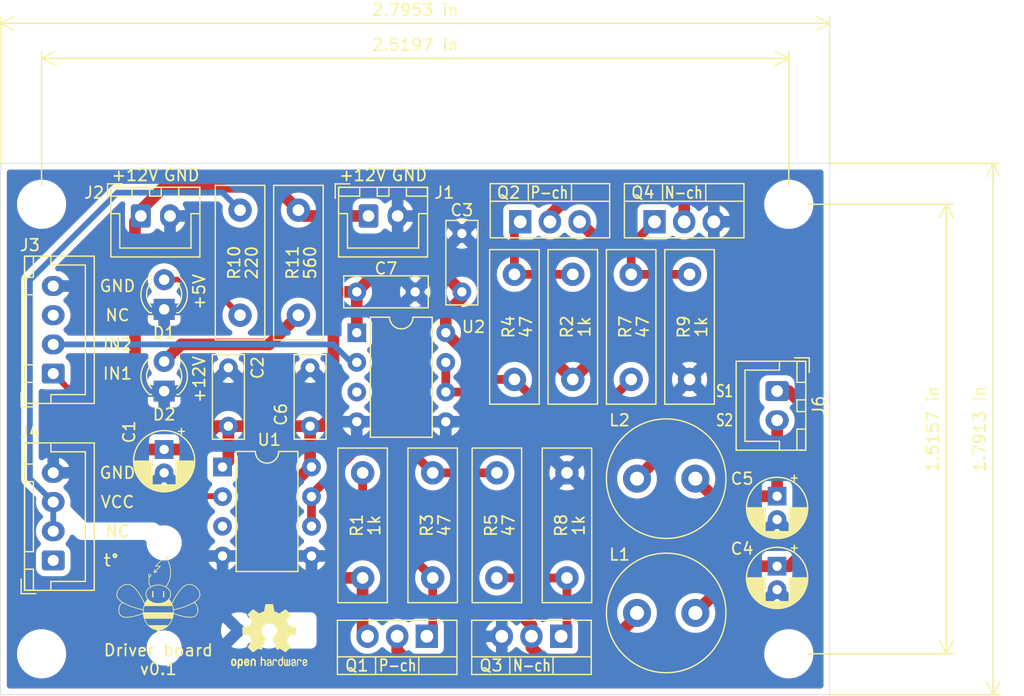
<source format=kicad_pcb>
(kicad_pcb (version 20171130) (host pcbnew "(5.1.7)-1")
  (layers (0 F.Cu signal) (31 B.Cu signal) (34 B.Paste user) (35 F.Paste user) (36 B.SilkS user) (37 F.SilkS user) (38 B.Mask user) (39 F.Mask user) (44 Edge.Cuts user))
  (net 0 "")
  (net 1 GND)
  (net 2 +12V)
  (net 3 "Net-(C4-Pad1)")
  (net 4 "Net-(C5-Pad1)")
  (net 5 "Net-(D1-Pad2)")
  (net 6 "Net-(D2-Pad2)")
  (net 7 IN2)
  (net 8 IN1)
  (net 9 +5V)
  (net 10 "Net-(L1-Pad1)")
  (net 11 "Net-(L2-Pad1)")
  (net 12 "Net-(Q1-Pad1)")
  (net 13 "Net-(Q2-Pad1)")
  (net 14 "Net-(Q3-Pad1)")
  (net 15 "Net-(Q4-Pad1)")
  (net 16 "Net-(R3-Pad1)")
  (net 17 "Net-(R4-Pad1)")
  (net 18 "Net-(U1-Pad3)")
  (net 19 "Net-(U2-Pad3)")
  (net 20 "Net-(J3-Pad3)")
  (net 21 "Net-(J4-Pad1)")
  (module logo-beehive:logo-beehive-7_2х6_7mm (layer F.Cu) (at 137.5 108)
    (fp_text reference G*** hide)
    (fp_text value LOGO hide)
  )
  (module Connector_JST:JST_XH_B2B-XH-A_1x02_P2.50mm_Vertical (layer F.Cu) (at 155.5 75.5)
    (fp_text reference J1 (at 6.5 -2) (layer F.SilkS))
    (fp_text value Conn_01x02)
    (pad 2 thru_hole oval (at 2.5 0) (size 1.7 2) (drill 1) (layers *.Cu *.Mask) (net 1 GND))
    (pad 1 thru_hole roundrect (at 0 0) (size 1.7 2) (drill 1) (layers *.Cu *.Mask) (roundrect_rratio 0.1470588235294118) (net 2 +12V))
  )
  (module Symbol:OSHW-Logo2_7.3x6mm_SilkScreen (layer F.Cu) (at 147 111.5)
    (fp_text reference REF** hide)
    (fp_text value OSHW-Logo2_7.3x6mm_SilkScreen hide)
  )
  (module MountingHole:MountingHole_3.2mm_M3_DIN965 (layer F.Cu) (at 127.5 113)
    (fp_text reference REF** hide)
    (fp_text value MountingHole_3.2mm_M3_DIN965 hide)
    (pad 1 np_thru_hole circle (at 0 0) (size 3.2 3.2) (drill 3.2) (layers *.Cu *.Mask))
  )
  (module MountingHole:MountingHole_3.2mm_M3_DIN965 (layer F.Cu) (at 127.5 74.5)
    (fp_text reference REF**)
    (fp_text value MountingHole_3.2mm_M3_DIN965)
    (pad 1 np_thru_hole circle (at 0 0) (size 3.2 3.2) (drill 3.2) (layers *.Cu *.Mask))
  )
  (module MountingHole:MountingHole_3.2mm_M3_DIN965 (layer F.Cu) (at 191.5 74.5)
    (fp_text reference REF**)
    (fp_text value MountingHole_3.2mm_M3_DIN965)
    (pad 1 np_thru_hole circle (at 0 0) (size 3.2 3.2) (drill 3.2) (layers *.Cu *.Mask))
  )
  (module MountingHole:MountingHole_3.2mm_M3_DIN965 (layer F.Cu) (at 191.5 113)
    (fp_text reference REF**)
    (fp_text value MountingHole_3.2mm_M3_DIN965)
    (pad 1 np_thru_hole circle (at 0 0) (size 3.2 3.2) (drill 3.2) (layers *.Cu *.Mask))
  )
  (module Package_DIP:DIP-8_W7.62mm (layer F.Cu) (at 154.5 85.5)
    (fp_text reference U2 (at 10 -0.5) (layer F.SilkS))
    (fp_text value TC4420CPA)
    (pad 8 thru_hole oval (at 7.62 0) (size 1.6 1.6) (drill 0.8) (layers *.Cu *.Mask) (net 2 +12V))
    (pad 4 thru_hole oval (at 0 7.62) (size 1.6 1.6) (drill 0.8) (layers *.Cu *.Mask) (net 1 GND))
    (pad 7 thru_hole oval (at 7.62 2.54) (size 1.6 1.6) (drill 0.8) (layers *.Cu *.Mask) (net 17 "Net-(R4-Pad1)"))
    (pad 3 thru_hole oval (at 0 5.08) (size 1.6 1.6) (drill 0.8) (layers *.Cu *.Mask) (net 19 "Net-(U2-Pad3)"))
    (pad 6 thru_hole oval (at 7.62 5.08) (size 1.6 1.6) (drill 0.8) (layers *.Cu *.Mask) (net 17 "Net-(R4-Pad1)"))
    (pad 2 thru_hole oval (at 0 2.54) (size 1.6 1.6) (drill 0.8) (layers *.Cu *.Mask) (net 7 IN2))
    (pad 5 thru_hole oval (at 7.62 7.62) (size 1.6 1.6) (drill 0.8) (layers *.Cu *.Mask) (net 1 GND))
    (pad 1 thru_hole rect (at 0 0) (size 1.6 1.6) (drill 0.8) (layers *.Cu *.Mask) (net 2 +12V))
  )
  (module Package_DIP:DIP-8_W7.62mm (layer F.Cu) (at 143 97)
    (fp_text reference U1 (at 4 -2.33) (layer F.SilkS))
    (fp_text value TC4420CPA)
    (pad 8 thru_hole oval (at 7.62 0) (size 1.6 1.6) (drill 0.8) (layers *.Cu *.Mask) (net 2 +12V))
    (pad 4 thru_hole oval (at 0 7.62) (size 1.6 1.6) (drill 0.8) (layers *.Cu *.Mask) (net 1 GND))
    (pad 7 thru_hole oval (at 7.62 2.54) (size 1.6 1.6) (drill 0.8) (layers *.Cu *.Mask) (net 16 "Net-(R3-Pad1)"))
    (pad 3 thru_hole oval (at 0 5.08) (size 1.6 1.6) (drill 0.8) (layers *.Cu *.Mask) (net 18 "Net-(U1-Pad3)"))
    (pad 6 thru_hole oval (at 7.62 5.08) (size 1.6 1.6) (drill 0.8) (layers *.Cu *.Mask) (net 16 "Net-(R3-Pad1)"))
    (pad 2 thru_hole oval (at 0 2.54) (size 1.6 1.6) (drill 0.8) (layers *.Cu *.Mask) (net 8 IN1))
    (pad 5 thru_hole oval (at 7.62 7.62) (size 1.6 1.6) (drill 0.8) (layers *.Cu *.Mask) (net 1 GND))
    (pad 1 thru_hole rect (at 0 0) (size 1.6 1.6) (drill 0.8) (layers *.Cu *.Mask) (net 2 +12V))
  )
  (module Resistor_THT:R_Box_L13.0mm_W4.0mm_P9.00mm (layer F.Cu) (at 149.5 75 270)
    (fp_text reference R11 (at 4.5 0.5 90) (layer F.SilkS))
    (fp_text value 560)
    (pad 1 thru_hole circle (at 0 0 270) (size 2 2) (drill 1) (layers *.Cu *.Mask) (net 2 +12V))
    (pad 2 thru_hole circle (at 9 0 270) (size 2 2) (drill 1) (layers *.Cu *.Mask) (net 6 "Net-(D2-Pad2)"))
  )
  (module Resistor_THT:R_Box_L13.0mm_W4.0mm_P9.00mm (layer F.Cu) (at 144.5 75 270)
    (fp_text reference R10 (at 4.5 0.5 90) (layer F.SilkS))
    (fp_text value 220)
    (pad 2 thru_hole circle (at 9 0 270) (size 2 2) (drill 1) (layers *.Cu *.Mask) (net 5 "Net-(D1-Pad2)"))
    (pad 1 thru_hole circle (at 0 0 270) (size 2 2) (drill 1) (layers *.Cu *.Mask) (net 9 +5V))
  )
  (module Resistor_THT:R_Box_L13.0mm_W4.0mm_P9.00mm (layer F.Cu) (at 183 89.5 90)
    (fp_text reference R9 (at 4.5 -0.5 270) (layer F.SilkS))
    (fp_text value 1k)
    (pad 2 thru_hole circle (at 9 0 90) (size 2 2) (drill 1) (layers *.Cu *.Mask) (net 15 "Net-(Q4-Pad1)"))
    (pad 1 thru_hole circle (at 0 0 90) (size 2 2) (drill 1) (layers *.Cu *.Mask) (net 1 GND))
  )
  (module Resistor_THT:R_Box_L13.0mm_W4.0mm_P9.00mm (layer F.Cu) (at 172.5 97.5 270)
    (fp_text reference R8 (at 4.5 0.5 270) (layer F.SilkS))
    (fp_text value 1k)
    (pad 2 thru_hole circle (at 9 0 270) (size 2 2) (drill 1) (layers *.Cu *.Mask) (net 14 "Net-(Q3-Pad1)"))
    (pad 1 thru_hole circle (at 0 0 270) (size 2 2) (drill 1) (layers *.Cu *.Mask) (net 1 GND))
  )
  (module Resistor_THT:R_Box_L13.0mm_W4.0mm_P9.00mm (layer F.Cu) (at 178 89.5 90)
    (fp_text reference R7 (at 4.5 -0.5 270) (layer F.SilkS))
    (fp_text value 47)
    (pad 2 thru_hole circle (at 9 0 90) (size 2 2) (drill 1) (layers *.Cu *.Mask) (net 15 "Net-(Q4-Pad1)"))
    (pad 1 thru_hole circle (at 0 0 90) (size 2 2) (drill 1) (layers *.Cu *.Mask) (net 17 "Net-(R4-Pad1)"))
  )
  (module Resistor_THT:R_Box_L13.0mm_W4.0mm_P9.00mm (layer F.Cu) (at 166.5 97.5 270)
    (fp_text reference R5 (at 4.5 0.5 270) (layer F.SilkS))
    (fp_text value 47)
    (pad 2 thru_hole circle (at 9 0 270) (size 2 2) (drill 1) (layers *.Cu *.Mask) (net 14 "Net-(Q3-Pad1)"))
    (pad 1 thru_hole circle (at 0 0 270) (size 2 2) (drill 1) (layers *.Cu *.Mask) (net 16 "Net-(R3-Pad1)"))
  )
  (module Resistor_THT:R_Box_L13.0mm_W4.0mm_P9.00mm (layer F.Cu) (at 168 89.5 90)
    (fp_text reference R4 (at 4.5 -0.5 90) (layer F.SilkS))
    (fp_text value 47)
    (pad 2 thru_hole circle (at 9 0 90) (size 2 2) (drill 1) (layers *.Cu *.Mask) (net 13 "Net-(Q2-Pad1)"))
    (pad 1 thru_hole circle (at 0 0 90) (size 2 2) (drill 1) (layers *.Cu *.Mask) (net 17 "Net-(R4-Pad1)"))
  )
  (module Resistor_THT:R_Box_L13.0mm_W4.0mm_P9.00mm (layer F.Cu) (at 161 97.5 270)
    (fp_text reference R3 (at 4.5 0.5 270) (layer F.SilkS))
    (fp_text value 47)
    (pad 2 thru_hole circle (at 9 0 270) (size 2 2) (drill 1) (layers *.Cu *.Mask) (net 12 "Net-(Q1-Pad1)"))
    (pad 1 thru_hole circle (at 0 0 270) (size 2 2) (drill 1) (layers *.Cu *.Mask) (net 16 "Net-(R3-Pad1)"))
  )
  (module Resistor_THT:R_Box_L13.0mm_W4.0mm_P9.00mm (layer F.Cu) (at 173 80.5 270)
    (fp_text reference R2 (at 4.5 0.5 270) (layer F.SilkS))
    (fp_text value 1k)
    (pad 2 thru_hole circle (at 9 0 270) (size 2 2) (drill 1) (layers *.Cu *.Mask) (net 2 +12V))
    (pad 1 thru_hole circle (at 0 0 270) (size 2 2) (drill 1) (layers *.Cu *.Mask) (net 13 "Net-(Q2-Pad1)"))
  )
  (module Resistor_THT:R_Box_L13.0mm_W4.0mm_P9.00mm (layer F.Cu) (at 155 97.5 270)
    (fp_text reference R1 (at 4.5 0.5 270) (layer F.SilkS))
    (fp_text value 1k)
    (pad 2 thru_hole circle (at 9 0 270) (size 2 2) (drill 1) (layers *.Cu *.Mask) (net 2 +12V))
    (pad 1 thru_hole circle (at 0 0 270) (size 2 2) (drill 1) (layers *.Cu *.Mask) (net 12 "Net-(Q1-Pad1)"))
  )
  (module Package_TO_SOT_THT:TO-220-3_Vertical (layer F.Cu) (at 180 76)
    (fp_text reference Q4 (at -1 -2.5) (layer F.SilkS))
    (fp_text value IRFZ24NPBF)
    (pad 3 thru_hole oval (at 5.08 0) (size 1.905 2) (drill 1.1) (layers *.Cu *.Mask) (net 1 GND))
    (pad 2 thru_hole oval (at 2.54 0) (size 1.905 2) (drill 1.1) (layers *.Cu *.Mask) (net 11 "Net-(L2-Pad1)"))
    (pad 1 thru_hole rect (at 0 0) (size 1.905 2) (drill 1.1) (layers *.Cu *.Mask) (net 15 "Net-(Q4-Pad1)"))
  )
  (module Package_TO_SOT_THT:TO-220-3_Vertical (layer F.Cu) (at 172 111.5 180)
    (fp_text reference Q3 (at 6 -2.5) (layer F.SilkS))
    (fp_text value IRFZ24NPBF)
    (pad 3 thru_hole oval (at 5.08 0 180) (size 1.905 2) (drill 1.1) (layers *.Cu *.Mask) (net 1 GND))
    (pad 2 thru_hole oval (at 2.54 0 180) (size 1.905 2) (drill 1.1) (layers *.Cu *.Mask) (net 10 "Net-(L1-Pad1)"))
    (pad 1 thru_hole rect (at 0 0 180) (size 1.905 2) (drill 1.1) (layers *.Cu *.Mask) (net 14 "Net-(Q3-Pad1)"))
  )
  (module Package_TO_SOT_THT:TO-220-3_Vertical (layer F.Cu) (at 168.5 76)
    (fp_text reference Q2 (at -1 -2.5) (layer F.SilkS))
    (fp_text value IRF9Z34NPBF)
    (pad 3 thru_hole oval (at 5.08 0) (size 1.905 2) (drill 1.1) (layers *.Cu *.Mask) (net 2 +12V))
    (pad 2 thru_hole oval (at 2.54 0) (size 1.905 2) (drill 1.1) (layers *.Cu *.Mask) (net 11 "Net-(L2-Pad1)"))
    (pad 1 thru_hole rect (at 0 0) (size 1.905 2) (drill 1.1) (layers *.Cu *.Mask) (net 13 "Net-(Q2-Pad1)"))
  )
  (module Package_TO_SOT_THT:TO-220-3_Vertical (layer F.Cu) (at 160.5 111.5 180)
    (fp_text reference Q1 (at 6 -2.5) (layer F.SilkS))
    (fp_text value IRF9Z34NPBF)
    (pad 3 thru_hole oval (at 5.08 0 180) (size 1.905 2) (drill 1.1) (layers *.Cu *.Mask) (net 2 +12V))
    (pad 2 thru_hole oval (at 2.54 0 180) (size 1.905 2) (drill 1.1) (layers *.Cu *.Mask) (net 10 "Net-(L1-Pad1)"))
    (pad 1 thru_hole rect (at 0 0 180) (size 1.905 2) (drill 1.1) (layers *.Cu *.Mask) (net 12 "Net-(Q1-Pad1)"))
  )
  (module Inductor_THT:L_Radial_D10.0mm_P5.00mm_Neosid_SD12_style3 (layer F.Cu) (at 178.5 98)
    (fp_text reference L2 (at -1.5 -5) (layer F.SilkS))
    (fp_text value 33u)
    (pad 2 thru_hole circle (at 5 0) (size 2.4 2.4) (drill 1.2) (layers *.Cu *.Mask) (net 4 "Net-(C5-Pad1)"))
    (pad 1 thru_hole circle (at 0 0) (size 2.4 2.4) (drill 1.2) (layers *.Cu *.Mask) (net 11 "Net-(L2-Pad1)"))
  )
  (module Inductor_THT:L_Radial_D10.0mm_P5.00mm_Neosid_SD12_style3 (layer F.Cu) (at 178.5 109.5)
    (fp_text reference L1 (at -1.5 -5) (layer F.SilkS))
    (fp_text value 33u)
    (pad 2 thru_hole circle (at 5 0) (size 2.4 2.4) (drill 1.2) (layers *.Cu *.Mask) (net 3 "Net-(C4-Pad1)"))
    (pad 1 thru_hole circle (at 0 0) (size 2.4 2.4) (drill 1.2) (layers *.Cu *.Mask) (net 10 "Net-(L1-Pad1)"))
  )
  (module Connector_JST:JST_XH_B2B-XH-A_1x02_P2.50mm_Vertical (layer F.Cu) (at 190.5 90.5 270)
    (fp_text reference J6 (at 1.25 -3.55 90) (layer F.SilkS))
    (fp_text value Conn_01x02)
    (pad 2 thru_hole oval (at 2.5 0 270) (size 1.7 2) (drill 1) (layers *.Cu *.Mask) (net 4 "Net-(C5-Pad1)"))
    (pad 1 thru_hole roundrect (at 0 0 270) (size 1.7 2) (drill 1) (layers *.Cu *.Mask) (roundrect_rratio 0.1470588235294118) (net 3 "Net-(C4-Pad1)"))
  )
  (module Connector_JST:JST_XH_B4B-XH-A_1x04_P2.50mm_Vertical (layer F.Cu) (at 128.5 105 90)
    (fp_text reference J4 (at 11 -2 180) (layer F.SilkS))
    (fp_text value Conn_01x04)
    (pad 4 thru_hole oval (at 7.5 0 90) (size 1.7 1.95) (drill 0.95) (layers *.Cu *.Mask) (net 1 GND))
    (pad 3 thru_hole oval (at 5 0 90) (size 1.7 1.95) (drill 0.95) (layers *.Cu *.Mask) (net 9 +5V))
    (pad 2 thru_hole oval (at 2.5 0 90) (size 1.7 1.95) (drill 0.95) (layers *.Cu *.Mask) (net 9 +5V))
    (pad 1 thru_hole roundrect (at 0 0 90) (size 1.7 1.95) (drill 0.95) (layers *.Cu *.Mask) (roundrect_rratio 0.1470588235294118) (net 21 "Net-(J4-Pad1)"))
  )
  (module Connector_JST:JST_XH_B4B-XH-A_1x04_P2.50mm_Vertical (layer F.Cu) (at 128.5 89 90)
    (fp_text reference J3 (at 11 -2 180) (layer F.SilkS))
    (fp_text value Conn_01x04)
    (pad 4 thru_hole oval (at 7.5 0 90) (size 1.7 1.95) (drill 0.95) (layers *.Cu *.Mask) (net 1 GND))
    (pad 3 thru_hole oval (at 5 0 90) (size 1.7 1.95) (drill 0.95) (layers *.Cu *.Mask) (net 20 "Net-(J3-Pad3)"))
    (pad 2 thru_hole oval (at 2.5 0 90) (size 1.7 1.95) (drill 0.95) (layers *.Cu *.Mask) (net 7 IN2))
    (pad 1 thru_hole roundrect (at 0 0 90) (size 1.7 1.95) (drill 0.95) (layers *.Cu *.Mask) (roundrect_rratio 0.1470588235294118) (net 8 IN1))
  )
  (module Connector_JST:JST_XH_B2B-XH-A_1x02_P2.50mm_Vertical (layer F.Cu) (at 136 75.5)
    (fp_text reference J2 (at -4 -2) (layer F.SilkS))
    (fp_text value Conn_01x02)
    (pad 2 thru_hole oval (at 2.5 0) (size 1.7 2) (drill 1) (layers *.Cu *.Mask) (net 1 GND))
    (pad 1 thru_hole roundrect (at 0 0) (size 1.7 2) (drill 1) (layers *.Cu *.Mask) (roundrect_rratio 0.1470588235294118) (net 2 +12V))
  )
  (module LED_THT:LED_D3.0mm (layer F.Cu) (at 138 90.5 90)
    (fp_text reference D2 (at -2 0 180) (layer F.SilkS))
    (fp_text value LED)
    (pad 2 thru_hole circle (at 2.54 0 90) (size 1.8 1.8) (drill 0.9) (layers *.Cu *.Mask) (net 6 "Net-(D2-Pad2)"))
    (pad 1 thru_hole rect (at 0 0 90) (size 1.8 1.8) (drill 0.9) (layers *.Cu *.Mask) (net 1 GND))
  )
  (module LED_THT:LED_D3.0mm (layer F.Cu) (at 138 83.5 90)
    (fp_text reference D1 (at -2 0 180) (layer F.SilkS))
    (fp_text value LED)
    (pad 2 thru_hole circle (at 2.54 0 90) (size 1.8 1.8) (drill 0.9) (layers *.Cu *.Mask) (net 5 "Net-(D1-Pad2)"))
    (pad 1 thru_hole rect (at 0 0 90) (size 1.8 1.8) (drill 0.9) (layers *.Cu *.Mask) (net 1 GND))
  )
  (module Capacitor_THT:C_Disc_D7.0mm_W2.5mm_P5.00mm (layer F.Cu) (at 154.5 82)
    (fp_text reference C7 (at 2.5 -2) (layer F.SilkS))
    (fp_text value 100nF)
    (pad 2 thru_hole circle (at 5 0) (size 1.6 1.6) (drill 0.8) (layers *.Cu *.Mask) (net 1 GND))
    (pad 1 thru_hole circle (at 0 0) (size 1.6 1.6) (drill 0.8) (layers *.Cu *.Mask) (net 2 +12V))
  )
  (module Capacitor_THT:C_Disc_D7.0mm_W2.5mm_P5.00mm (layer F.Cu) (at 150.5 93.5 90)
    (fp_text reference C6 (at 1 -2.5 90) (layer F.SilkS))
    (fp_text value 100nF)
    (pad 2 thru_hole circle (at 5 0 90) (size 1.6 1.6) (drill 0.8) (layers *.Cu *.Mask) (net 1 GND))
    (pad 1 thru_hole circle (at 0 0 90) (size 1.6 1.6) (drill 0.8) (layers *.Cu *.Mask) (net 2 +12V))
  )
  (module Capacitor_THT:CP_Radial_D5.0mm_P2.00mm (layer F.Cu) (at 190.5 99.5 270)
    (fp_text reference C5 (at -1.5 3 180) (layer F.SilkS))
    (fp_text value 22u)
    (pad 2 thru_hole circle (at 2 0 270) (size 1.6 1.6) (drill 0.8) (layers *.Cu *.Mask) (net 1 GND))
    (pad 1 thru_hole rect (at 0 0 270) (size 1.6 1.6) (drill 0.8) (layers *.Cu *.Mask) (net 4 "Net-(C5-Pad1)"))
  )
  (module Capacitor_THT:CP_Radial_D5.0mm_P2.00mm (layer F.Cu) (at 190.5 105.5 270)
    (fp_text reference C4 (at -1.5 3 180) (layer F.SilkS))
    (fp_text value 22u)
    (pad 2 thru_hole circle (at 2 0 270) (size 1.6 1.6) (drill 0.8) (layers *.Cu *.Mask) (net 1 GND))
    (pad 1 thru_hole rect (at 0 0 270) (size 1.6 1.6) (drill 0.8) (layers *.Cu *.Mask) (net 3 "Net-(C4-Pad1)"))
  )
  (module Capacitor_THT:C_Disc_D7.0mm_W2.5mm_P5.00mm (layer F.Cu) (at 163.5 82 90)
    (fp_text reference C3 (at 7 0 180) (layer F.SilkS))
    (fp_text value 100nF)
    (pad 2 thru_hole circle (at 5 0 90) (size 1.6 1.6) (drill 0.8) (layers *.Cu *.Mask) (net 1 GND))
    (pad 1 thru_hole circle (at 0 0 90) (size 1.6 1.6) (drill 0.8) (layers *.Cu *.Mask) (net 2 +12V))
  )
  (module Capacitor_THT:C_Disc_D7.0mm_W2.5mm_P5.00mm (layer F.Cu) (at 143.5 93.5 90)
    (fp_text reference C2 (at 5 2.5 90) (layer F.SilkS))
    (fp_text value 100nF)
    (pad 2 thru_hole circle (at 5 0 90) (size 1.6 1.6) (drill 0.8) (layers *.Cu *.Mask) (net 1 GND))
    (pad 1 thru_hole circle (at 0 0 90) (size 1.6 1.6) (drill 0.8) (layers *.Cu *.Mask) (net 2 +12V))
  )
  (module Capacitor_THT:CP_Radial_D5.0mm_P2.00mm (layer F.Cu) (at 138 95.5 270)
    (fp_text reference C1 (at -1.5 3 90) (layer F.SilkS))
    (fp_text value 22u)
    (pad 1 thru_hole rect (at 0 0 270) (size 1.6 1.6) (drill 0.8) (layers *.Cu *.Mask) (net 2 +12V))
    (pad 2 thru_hole circle (at 2 0 270) (size 1.6 1.6) (drill 0.8) (layers *.Cu *.Mask) (net 1 GND))
  )
  (gr_text "Driver board\nv0.1" (at 137.5 113.5) (layer F.SilkS) (effects (font (size 1 1))))
  (gr_text 560 (at 150.5 79.5 90) (layer F.SilkS) (effects (font (size 1 1))))
  (gr_text 220 (at 145.5 79.5 90) (layer F.SilkS) (effects (font (size 1 1))))
  (gr_text 47 (at 167.5 102 90) (layer F.SilkS) (effects (font (size 1 1))))
  (gr_text 1k (at 173.5 102 90) (layer F.SilkS) (effects (font (size 1 1))))
  (gr_text 47 (at 162 102 90) (layer F.SilkS) (effects (font (size 1 1))))
  (gr_text 1k (at 156 102 90) (layer F.SilkS) (effects (font (size 1 1))))
  (gr_text 1k (at 184 85 90) (layer F.SilkS) (effects (font (size 1 1))))
  (gr_text 1k (at 174 85 90) (layer F.SilkS) (effects (font (size 1 1))))
  (gr_text 47 (at 179 85 90) (layer F.SilkS) (effects (font (size 1 1))))
  (gr_text 47 (at 169 85 90) (layer F.SilkS) (effects (font (size 1 1))))
  (gr_text GND (at 159 72) (layer F.SilkS) (effects (font (size 1 1))))
  (gr_text +12V (at 155 72) (layer F.SilkS) (effects (font (size 1 1))))
  (gr_text P-ch (at 171 73.5) (layer F.SilkS) (effects (font (size 1 0.8))))
  (gr_text N-ch (at 182.5 73.5) (layer F.SilkS) (effects (font (size 1 0.8))))
  (gr_text N-ch (at 169.5 114) (layer F.SilkS) (effects (font (size 1 0.8))))
  (gr_text P-ch (at 158 114) (layer F.SilkS) (effects (font (size 1 0.8))))
  (gr_text GND (at 139.5 72) (layer F.SilkS) (effects (font (size 1 1))))
  (gr_text +12V (at 135.5 72) (layer F.SilkS) (effects (font (size 1 1))))
  (dimension 38.5 (width 0.12) (layer F.SilkS) (gr_text "38.500 mm" (at 206.27 93.75 270) (layer F.SilkS) (effects (font (size 1 1) (thickness 0.15)))) (feature1 (pts (xy 191.5 113) (xy 205.586421 113))) (feature2 (pts (xy 191.5 74.5) (xy 205.586421 74.5))) (crossbar (pts (xy 205 74.5) (xy 205 113))) (arrow1a (pts (xy 205 113) (xy 204.413579 111.873496))) (arrow1b (pts (xy 205 113) (xy 205.586421 111.873496))) (arrow2a (pts (xy 205 74.5) (xy 204.413579 75.626504))) (arrow2b (pts (xy 205 74.5) (xy 205.586421 75.626504))))
  (dimension 45.5 (width 0.12) (layer F.SilkS) (gr_text "45.500 mm" (at 210.27 93.75 270) (layer F.SilkS) (effects (font (size 1 1) (thickness 0.15)))) (feature1 (pts (xy 195 116.5) (xy 209.586421 116.5))) (feature2 (pts (xy 195 71) (xy 209.586421 71))) (crossbar (pts (xy 209 71) (xy 209 116.5))) (arrow1a (pts (xy 209 116.5) (xy 208.413579 115.373496))) (arrow1b (pts (xy 209 116.5) (xy 209.586421 115.373496))) (arrow2a (pts (xy 209 71) (xy 208.413579 72.126504))) (arrow2b (pts (xy 209 71) (xy 209.586421 72.126504))))
  (dimension 64 (width 0.12) (layer F.SilkS) (gr_text "64.000 mm" (at 159.5 60.73) (layer F.SilkS) (effects (font (size 1 1) (thickness 0.15)))) (feature1 (pts (xy 191.5 74.5) (xy 191.5 61.413579))) (feature2 (pts (xy 127.5 74.5) (xy 127.5 61.413579))) (crossbar (pts (xy 127.5 62) (xy 191.5 62))) (arrow1a (pts (xy 191.5 62) (xy 190.373496 62.586421))) (arrow1b (pts (xy 191.5 62) (xy 190.373496 61.413579))) (arrow2a (pts (xy 127.5 62) (xy 128.626504 62.586421))) (arrow2b (pts (xy 127.5 62) (xy 128.626504 61.413579))))
  (dimension 71 (width 0.12) (layer F.SilkS) (gr_text "71.000 mm" (at 159.5 57.73) (layer F.SilkS) (effects (font (size 1 1) (thickness 0.15)))) (feature1 (pts (xy 195 71) (xy 195 58.413579))) (feature2 (pts (xy 124 71) (xy 124 58.413579))) (crossbar (pts (xy 124 59) (xy 195 59))) (arrow1a (pts (xy 195 59) (xy 193.873496 59.586421))) (arrow1b (pts (xy 195 59) (xy 193.873496 58.413579))) (arrow2a (pts (xy 124 59) (xy 125.126504 59.586421))) (arrow2b (pts (xy 124 59) (xy 125.126504 58.413579))))
  (gr_text S1 (at 186 90.5) (layer F.SilkS) (effects (font (size 1 0.75))))
  (gr_text S2 (at 186 93) (layer F.SilkS) (effects (font (size 1 0.75))))
  (gr_text t° (at 133.5 105) (layer F.SilkS) (effects (font (size 1 1))))
  (gr_text NC (at 134 102.5) (layer F.SilkS) (effects (font (size 1 1))))
  (gr_text GND (at 134 97.5) (layer F.SilkS) (effects (font (size 1 1))))
  (gr_text NC (at 134 84) (layer F.SilkS) (effects (font (size 1 1))))
  (gr_text GND (at 134 81.5) (layer F.SilkS) (effects (font (size 1 1))))
  (gr_text IN1 (at 134 89) (layer F.SilkS) (effects (font (size 1 1))))
  (gr_text VCC (at 134 100) (layer F.SilkS) (effects (font (size 1 1))))
  (gr_text IN2 (at 134 86.5) (layer F.SilkS) (effects (font (size 1 1))))
  (gr_text +12V (at 141 89.5 90) (layer F.SilkS) (effects (font (size 1 1))))
  (gr_text +5V (at 141 82 90) (layer F.SilkS) (effects (font (size 1 1))))
  (gr_line (start 124 116.5) (end 124 71) (layer Edge.Cuts) (width 0.05))
  (gr_line (start 195 116.5) (end 124 116.5) (layer Edge.Cuts) (width 0.05))
  (gr_line (start 195 71) (end 195 116.5) (layer Edge.Cuts) (width 0.05))
  (gr_line (start 124 71) (end 195 71) (layer Edge.Cuts) (width 0.05))
  (segment (start 143.5 96.5) (end 143 97) (width 1) (layer F.Cu) (net 2))
  (segment (start 143.5 93.5) (end 143.5 96.5) (width 1) (layer F.Cu) (net 2))
  (segment (start 143.5 93.5) (end 150.5 93.5) (width 1) (layer F.Cu) (net 2))
  (segment (start 150.5 96.88) (end 150.62 97) (width 1) (layer F.Cu) (net 2))
  (segment (start 150.5 93.5) (end 150.5 96.88) (width 1) (layer F.Cu) (net 2))
  (segment (start 155 111.08) (end 155.42 111.5) (width 1) (layer F.Cu) (net 2))
  (segment (start 155 106.5) (end 155 111.08) (width 1) (layer F.Cu) (net 2))
  (segment (start 149.5 106.5) (end 155 106.5) (width 1) (layer F.Cu) (net 2))
  (segment (start 148.5 105.5) (end 149.5 106.5) (width 1) (layer F.Cu) (net 2))
  (segment (start 148.5 99) (end 148.5 105.5) (width 1) (layer F.Cu) (net 2))
  (segment (start 150.62 97) (end 150.5 97) (width 1) (layer F.Cu) (net 2))
  (segment (start 150.5 97) (end 148.5 99) (width 1) (layer F.Cu) (net 2))
  (segment (start 142.475 93.5) (end 143.5 93.5) (width 1) (layer F.Cu) (net 2))
  (segment (start 140.475 95.5) (end 142.475 93.5) (width 1) (layer F.Cu) (net 2))
  (segment (start 135.5 94.5) (end 136.5 95.5) (width 1) (layer F.Cu) (net 2))
  (segment (start 135.5 76) (end 135.5 94.5) (width 1) (layer F.Cu) (net 2))
  (segment (start 136.5 95.5) (end 140.475 95.5) (width 1) (layer F.Cu) (net 2))
  (segment (start 136 75.5) (end 135.5 76) (width 1) (layer F.Cu) (net 2))
  (segment (start 136 75) (end 136 75.5) (width 1) (layer F.Cu) (net 2))
  (segment (start 138 73) (end 136 75) (width 1) (layer F.Cu) (net 2))
  (segment (start 147.5 73) (end 138 73) (width 1) (layer F.Cu) (net 2))
  (segment (start 149.5 75) (end 147.5 73) (width 1) (layer F.Cu) (net 2))
  (segment (start 154.5 82) (end 154.5 85.5) (width 1) (layer F.Cu) (net 2))
  (segment (start 153 82) (end 154.5 82) (width 1) (layer F.Cu) (net 2))
  (segment (start 152.5 92.5) (end 152.5 82.5) (width 1) (layer F.Cu) (net 2))
  (segment (start 152.5 82.5) (end 153 82) (width 1) (layer F.Cu) (net 2))
  (segment (start 151.5 93.5) (end 152.5 92.5) (width 1) (layer F.Cu) (net 2))
  (segment (start 150.5 93.5) (end 151.5 93.5) (width 1) (layer F.Cu) (net 2))
  (segment (start 150 75.5) (end 149.5 75) (width 1) (layer F.Cu) (net 2))
  (segment (start 155.5 75.5) (end 150 75.5) (width 1) (layer F.Cu) (net 2))
  (segment (start 163.5 82.5) (end 163.5 82) (width 1) (layer F.Cu) (net 2))
  (segment (start 162.12 83.88) (end 163.5 82.5) (width 1) (layer F.Cu) (net 2))
  (segment (start 162.12 85.5) (end 162.12 83.88) (width 1) (layer F.Cu) (net 2))
  (segment (start 170 86.5) (end 173 89.5) (width 1) (layer F.Cu) (net 2))
  (segment (start 163.12 86.5) (end 170 86.5) (width 1) (layer F.Cu) (net 2))
  (segment (start 162.12 85.5) (end 163.12 86.5) (width 1) (layer F.Cu) (net 2))
  (segment (start 156.5 80) (end 154.5 82) (width 1) (layer F.Cu) (net 2))
  (segment (start 161.5 80) (end 156.5 80) (width 1) (layer F.Cu) (net 2))
  (segment (start 163.5 82) (end 161.5 80) (width 1) (layer F.Cu) (net 2))
  (segment (start 175.5 77.92) (end 173.58 76) (width 1) (layer F.Cu) (net 2))
  (segment (start 175.5 87) (end 175.5 77.92) (width 1) (layer F.Cu) (net 2))
  (segment (start 173 89.5) (end 175.5 87) (width 1) (layer F.Cu) (net 2))
  (segment (start 187.5 105.5) (end 190.5 105.5) (width 1) (layer F.Cu) (net 3))
  (segment (start 183.5 109.5) (end 187.5 105.5) (width 1) (layer F.Cu) (net 3))
  (segment (start 191.5 90.5) (end 190.5 90.5) (width 1) (layer F.Cu) (net 3))
  (segment (start 193 92) (end 191.5 90.5) (width 1) (layer F.Cu) (net 3))
  (segment (start 193 104.05) (end 193 92) (width 1) (layer F.Cu) (net 3))
  (segment (start 190.5 105.5) (end 191.55 105.5) (width 1) (layer F.Cu) (net 3))
  (segment (start 191.55 105.5) (end 193 104.05) (width 1) (layer F.Cu) (net 3))
  (segment (start 190.5 99.5) (end 190.5 93) (width 1) (layer F.Cu) (net 4))
  (segment (start 185 99.5) (end 190.5 99.5) (width 1) (layer F.Cu) (net 4))
  (segment (start 183.5 98) (end 185 99.5) (width 1) (layer F.Cu) (net 4))
  (segment (start 141.46 80.96) (end 144.5 84) (width 0.5) (layer F.Cu) (net 5))
  (segment (start 138 80.96) (end 141.46 80.96) (width 0.5) (layer F.Cu) (net 5))
  (segment (start 139.46 86.5) (end 138 87.96) (width 1) (layer F.Cu) (net 6))
  (segment (start 147 86.5) (end 139.46 86.5) (width 1) (layer F.Cu) (net 6))
  (segment (start 149.5 84) (end 147 86.5) (width 1) (layer F.Cu) (net 6))
  (segment (start 154.02 88.04) (end 154.5 88.04) (width 0.5) (layer B.Cu) (net 7))
  (segment (start 152.48 86.5) (end 154.02 88.04) (width 0.5) (layer B.Cu) (net 7))
  (segment (start 128.5 86.5) (end 152.48 86.5) (width 0.5) (layer B.Cu) (net 7))
  (segment (start 129.5 90) (end 128.5 89) (width 0.5) (layer F.Cu) (net 8))
  (segment (start 130.5 91) (end 129.5 90) (width 0.5) (layer F.Cu) (net 8))
  (segment (start 130.5 95) (end 130.5 91) (width 0.5) (layer F.Cu) (net 8))
  (segment (start 135 99.5) (end 130.5 95) (width 0.5) (layer F.Cu) (net 8))
  (segment (start 142.96 99.5) (end 135 99.5) (width 0.5) (layer F.Cu) (net 8))
  (segment (start 143 99.54) (end 142.96 99.5) (width 0.5) (layer F.Cu) (net 8))
  (segment (start 126.5 81) (end 126.5 98) (width 0.5) (layer B.Cu) (net 9))
  (segment (start 134 73.5) (end 126.5 81) (width 0.5) (layer B.Cu) (net 9))
  (segment (start 143 73.5) (end 134 73.5) (width 0.5) (layer B.Cu) (net 9))
  (segment (start 126.5 98) (end 128.5 100) (width 0.5) (layer B.Cu) (net 9))
  (segment (start 144.5 75) (end 143 73.5) (width 0.5) (layer B.Cu) (net 9))
  (segment (start 128.5 102.5) (end 128.5 100) (width 0.5) (layer B.Cu) (net 9))
  (segment (start 178.5 109.75) (end 178.5 109.5) (width 1) (layer F.Cu) (net 10))
  (segment (start 174.75 113.5) (end 178.5 109.75) (width 1) (layer F.Cu) (net 10))
  (segment (start 170.5 113.5) (end 174.75 113.5) (width 1) (layer F.Cu) (net 10))
  (segment (start 169.46 111.5) (end 169.46 112.46) (width 1) (layer F.Cu) (net 10))
  (segment (start 169.46 112.46) (end 170.5 113.5) (width 1) (layer F.Cu) (net 10))
  (segment (start 168.402251 109.5) (end 169.46 110.557749) (width 1) (layer F.Cu) (net 10))
  (segment (start 169.46 110.557749) (end 169.46 111.5) (width 1) (layer F.Cu) (net 10))
  (segment (start 157.96 111.5) (end 157.96 112.71) (width 1) (layer F.Cu) (net 10))
  (segment (start 158.75 113.5) (end 162 113.5) (width 1) (layer F.Cu) (net 10))
  (segment (start 157.96 112.71) (end 158.75 113.5) (width 1) (layer F.Cu) (net 10))
  (segment (start 162 113.5) (end 166 109.5) (width 1) (layer F.Cu) (net 10))
  (segment (start 166 109.5) (end 168.402251 109.5) (width 1) (layer F.Cu) (net 10))
  (segment (start 182.46 74.04) (end 183.5 73) (width 0.75) (layer F.Cu) (net 11))
  (segment (start 182.54 74.04) (end 181.5 73) (width 0.75) (layer F.Cu) (net 11))
  (segment (start 182.54 76) (end 182.54 74.04) (width 1) (layer F.Cu) (net 11))
  (segment (start 171.04 75.46) (end 171.04 76) (width 1) (layer F.Cu) (net 11))
  (segment (start 173.5 73) (end 171.04 75.46) (width 1) (layer F.Cu) (net 11))
  (segment (start 186 73) (end 173.5 73) (width 1) (layer F.Cu) (net 11))
  (segment (start 187.5 74.5) (end 186 73) (width 1) (layer F.Cu) (net 11))
  (segment (start 187.5 89) (end 187.5 74.5) (width 1) (layer F.Cu) (net 11))
  (segment (start 178.5 98) (end 187.5 89) (width 1) (layer F.Cu) (net 11))
  (segment (start 155 100.5) (end 161 106.5) (width 0.75) (layer F.Cu) (net 12))
  (segment (start 155 97.5) (end 155 100.5) (width 0.75) (layer F.Cu) (net 12))
  (segment (start 161 111) (end 160.5 111.5) (width 0.75) (layer F.Cu) (net 12))
  (segment (start 161 106.5) (end 161 111) (width 0.75) (layer F.Cu) (net 12))
  (segment (start 173 80.5) (end 168 80.5) (width 0.75) (layer F.Cu) (net 13))
  (segment (start 168 76.5) (end 168.5 76) (width 0.75) (layer F.Cu) (net 13))
  (segment (start 168 80.5) (end 168 76.5) (width 0.75) (layer F.Cu) (net 13))
  (segment (start 166.5 106.5) (end 172.5 106.5) (width 0.75) (layer F.Cu) (net 14))
  (segment (start 172.5 111) (end 172 111.5) (width 0.75) (layer F.Cu) (net 14))
  (segment (start 172.5 106.5) (end 172.5 111) (width 0.75) (layer F.Cu) (net 14))
  (segment (start 183 80.5) (end 178 80.5) (width 0.75) (layer F.Cu) (net 15))
  (segment (start 178 78) (end 178 80.5) (width 0.75) (layer F.Cu) (net 15))
  (segment (start 180 76) (end 178 78) (width 0.75) (layer F.Cu) (net 15))
  (segment (start 150.62 102.08) (end 150.62 99.54) (width 0.75) (layer F.Cu) (net 16))
  (segment (start 159 95.5) (end 161 97.5) (width 0.75) (layer F.Cu) (net 16))
  (segment (start 154.5 95.5) (end 159 95.5) (width 0.75) (layer F.Cu) (net 16))
  (segment (start 150.62 99.54) (end 150.62 99.38) (width 0.75) (layer F.Cu) (net 16))
  (segment (start 150.62 99.38) (end 154.5 95.5) (width 0.75) (layer F.Cu) (net 16))
  (segment (start 161 97.5) (end 166.5 97.5) (width 0.75) (layer F.Cu) (net 16))
  (segment (start 162.12 90.58) (end 162.12 88.04) (width 0.75) (layer F.Cu) (net 17))
  (segment (start 176 91.5) (end 178 89.5) (width 0.75) (layer F.Cu) (net 17))
  (segment (start 170 91.5) (end 176 91.5) (width 0.75) (layer F.Cu) (net 17))
  (segment (start 168 89.5) (end 170 91.5) (width 0.75) (layer F.Cu) (net 17))
  (segment (start 165.5 89.5) (end 168 89.5) (width 0.75) (layer F.Cu) (net 17))
  (segment (start 164.42 90.58) (end 165.5 89.5) (width 0.75) (layer F.Cu) (net 17))
  (segment (start 162.12 90.58) (end 164.42 90.58) (width 0.75) (layer F.Cu) (net 17))
  (zone (net 1) (net_name GND) (layer B.Cu) (connect_pads (clearance 0.5)) (min_thickness 0.5) (fill yes (arc_segments 32) (thermal_gap 0.5) (thermal_bridge_width 1))
    (polygon (pts (xy 124.5 71.5) (xy 194.5 71.5) (xy 194.5 116) (xy 124.5 116)))
  )
)
</source>
